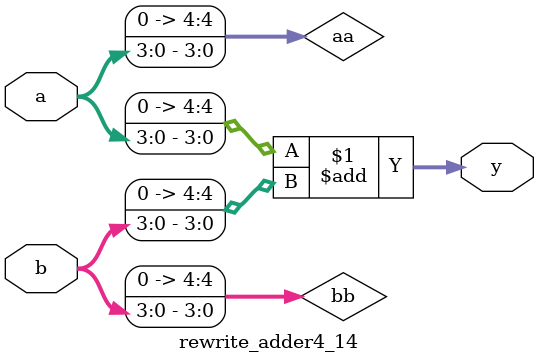
<source format=sv>
module rewrite_adder4_14(input logic [3:0] a,b, output logic [4:0] y);
  logic [4:0] aa, bb;
  assign aa = {1'b0,a};
  assign bb = {1'b0,b};
  assign y = aa + bb;
endmodule

</source>
